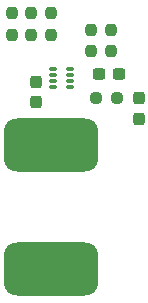
<source format=gtp>
G04 #@! TF.GenerationSoftware,KiCad,Pcbnew,8.0.6*
G04 #@! TF.CreationDate,2024-11-13T16:27:34-08:00*
G04 #@! TF.ProjectId,snes_switching_regulator,736e6573-5f73-4776-9974-6368696e675f,A*
G04 #@! TF.SameCoordinates,Original*
G04 #@! TF.FileFunction,Paste,Top*
G04 #@! TF.FilePolarity,Positive*
%FSLAX46Y46*%
G04 Gerber Fmt 4.6, Leading zero omitted, Abs format (unit mm)*
G04 Created by KiCad (PCBNEW 8.0.6) date 2024-11-13 16:27:34*
%MOMM*%
%LPD*%
G01*
G04 APERTURE LIST*
G04 Aperture macros list*
%AMRoundRect*
0 Rectangle with rounded corners*
0 $1 Rounding radius*
0 $2 $3 $4 $5 $6 $7 $8 $9 X,Y pos of 4 corners*
0 Add a 4 corners polygon primitive as box body*
4,1,4,$2,$3,$4,$5,$6,$7,$8,$9,$2,$3,0*
0 Add four circle primitives for the rounded corners*
1,1,$1+$1,$2,$3*
1,1,$1+$1,$4,$5*
1,1,$1+$1,$6,$7*
1,1,$1+$1,$8,$9*
0 Add four rect primitives between the rounded corners*
20,1,$1+$1,$2,$3,$4,$5,0*
20,1,$1+$1,$4,$5,$6,$7,0*
20,1,$1+$1,$6,$7,$8,$9,0*
20,1,$1+$1,$8,$9,$2,$3,0*%
G04 Aperture macros list end*
%ADD10RoundRect,0.237500X0.237500X-0.250000X0.237500X0.250000X-0.237500X0.250000X-0.237500X-0.250000X0*%
%ADD11RoundRect,0.237500X-0.237500X0.300000X-0.237500X-0.300000X0.237500X-0.300000X0.237500X0.300000X0*%
%ADD12RoundRect,1.125000X-2.875000X1.125000X-2.875000X-1.125000X2.875000X-1.125000X2.875000X1.125000X0*%
%ADD13RoundRect,0.237500X-0.250000X-0.237500X0.250000X-0.237500X0.250000X0.237500X-0.250000X0.237500X0*%
%ADD14RoundRect,0.050000X-0.285000X-0.100000X0.285000X-0.100000X0.285000X0.100000X-0.285000X0.100000X0*%
%ADD15RoundRect,0.237500X-0.300000X-0.237500X0.300000X-0.237500X0.300000X0.237500X-0.300000X0.237500X0*%
G04 APERTURE END LIST*
D10*
X134112000Y-105744000D03*
X134112000Y-107569000D03*
D11*
X134493000Y-113284000D03*
X134493000Y-111559000D03*
D10*
X139192000Y-107164500D03*
X139192000Y-108989500D03*
D12*
X135763000Y-116924000D03*
X135763000Y-127424000D03*
D10*
X140843000Y-107164500D03*
X140843000Y-108989500D03*
D13*
X141374500Y-112903000D03*
X139549500Y-112903000D03*
D10*
X135763000Y-105744000D03*
X135763000Y-107569000D03*
D14*
X137392000Y-110502000D03*
X137392000Y-111002000D03*
X137392000Y-111502000D03*
X137392000Y-112002000D03*
X135912000Y-112002000D03*
X135912000Y-111502000D03*
X135912000Y-111002000D03*
X135912000Y-110502000D03*
D10*
X132461000Y-105744000D03*
X132461000Y-107569000D03*
D15*
X141578500Y-110871000D03*
X139853500Y-110871000D03*
D11*
X143256000Y-114681000D03*
X143256000Y-112956000D03*
M02*

</source>
